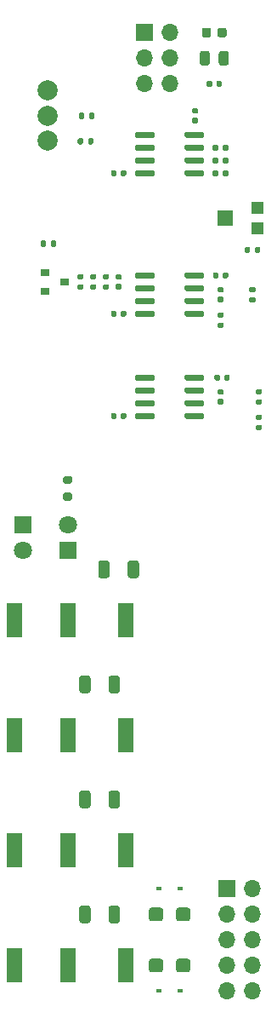
<source format=gbr>
G04 #@! TF.GenerationSoftware,KiCad,Pcbnew,(5.1.10)-1*
G04 #@! TF.CreationDate,2022-10-23T13:04:41+02:00*
G04 #@! TF.ProjectId,LFO Main,4c464f20-4d61-4696-9e2e-6b696361645f,rev?*
G04 #@! TF.SameCoordinates,Original*
G04 #@! TF.FileFunction,Soldermask,Top*
G04 #@! TF.FilePolarity,Negative*
%FSLAX46Y46*%
G04 Gerber Fmt 4.6, Leading zero omitted, Abs format (unit mm)*
G04 Created by KiCad (PCBNEW (5.1.10)-1) date 2022-10-23 13:04:41*
%MOMM*%
%LPD*%
G01*
G04 APERTURE LIST*
%ADD10O,1.700000X1.700000*%
%ADD11R,1.700000X1.700000*%
%ADD12R,1.500000X1.600000*%
%ADD13R,1.200000X1.200000*%
%ADD14R,0.900000X0.800000*%
%ADD15R,0.600000X0.450000*%
%ADD16R,1.600000X3.500000*%
%ADD17C,2.000000*%
%ADD18C,1.800000*%
%ADD19R,1.800000X1.800000*%
G04 APERTURE END LIST*
D10*
G04 #@! TO.C,J6*
X17145000Y-8890000D03*
X14605000Y-8890000D03*
X17145000Y-6350000D03*
X14605000Y-6350000D03*
X17145000Y-3810000D03*
D11*
X14605000Y-3810000D03*
G04 #@! TD*
G04 #@! TO.C,R20*
G36*
G01*
X26220000Y-39765000D02*
X25850000Y-39765000D01*
G75*
G02*
X25715000Y-39630000I0J135000D01*
G01*
X25715000Y-39360000D01*
G75*
G02*
X25850000Y-39225000I135000J0D01*
G01*
X26220000Y-39225000D01*
G75*
G02*
X26355000Y-39360000I0J-135000D01*
G01*
X26355000Y-39630000D01*
G75*
G02*
X26220000Y-39765000I-135000J0D01*
G01*
G37*
G36*
G01*
X26220000Y-40785000D02*
X25850000Y-40785000D01*
G75*
G02*
X25715000Y-40650000I0J135000D01*
G01*
X25715000Y-40380000D01*
G75*
G02*
X25850000Y-40245000I135000J0D01*
G01*
X26220000Y-40245000D01*
G75*
G02*
X26355000Y-40380000I0J-135000D01*
G01*
X26355000Y-40650000D01*
G75*
G02*
X26220000Y-40785000I-135000J0D01*
G01*
G37*
G04 #@! TD*
G04 #@! TO.C,R19*
G36*
G01*
X26220000Y-42305000D02*
X25850000Y-42305000D01*
G75*
G02*
X25715000Y-42170000I0J135000D01*
G01*
X25715000Y-41900000D01*
G75*
G02*
X25850000Y-41765000I135000J0D01*
G01*
X26220000Y-41765000D01*
G75*
G02*
X26355000Y-41900000I0J-135000D01*
G01*
X26355000Y-42170000D01*
G75*
G02*
X26220000Y-42305000I-135000J0D01*
G01*
G37*
G36*
G01*
X26220000Y-43325000D02*
X25850000Y-43325000D01*
G75*
G02*
X25715000Y-43190000I0J135000D01*
G01*
X25715000Y-42920000D01*
G75*
G02*
X25850000Y-42785000I135000J0D01*
G01*
X26220000Y-42785000D01*
G75*
G02*
X26355000Y-42920000I0J-135000D01*
G01*
X26355000Y-43190000D01*
G75*
G02*
X26220000Y-43325000I-135000J0D01*
G01*
G37*
G04 #@! TD*
G04 #@! TO.C,R14*
G36*
G01*
X25585000Y-29605000D02*
X25215000Y-29605000D01*
G75*
G02*
X25080000Y-29470000I0J135000D01*
G01*
X25080000Y-29200000D01*
G75*
G02*
X25215000Y-29065000I135000J0D01*
G01*
X25585000Y-29065000D01*
G75*
G02*
X25720000Y-29200000I0J-135000D01*
G01*
X25720000Y-29470000D01*
G75*
G02*
X25585000Y-29605000I-135000J0D01*
G01*
G37*
G36*
G01*
X25585000Y-30625000D02*
X25215000Y-30625000D01*
G75*
G02*
X25080000Y-30490000I0J135000D01*
G01*
X25080000Y-30220000D01*
G75*
G02*
X25215000Y-30085000I135000J0D01*
G01*
X25585000Y-30085000D01*
G75*
G02*
X25720000Y-30220000I0J-135000D01*
G01*
X25720000Y-30490000D01*
G75*
G02*
X25585000Y-30625000I-135000J0D01*
G01*
G37*
G04 #@! TD*
G04 #@! TO.C,R13*
G36*
G01*
X22410000Y-32145000D02*
X22040000Y-32145000D01*
G75*
G02*
X21905000Y-32010000I0J135000D01*
G01*
X21905000Y-31740000D01*
G75*
G02*
X22040000Y-31605000I135000J0D01*
G01*
X22410000Y-31605000D01*
G75*
G02*
X22545000Y-31740000I0J-135000D01*
G01*
X22545000Y-32010000D01*
G75*
G02*
X22410000Y-32145000I-135000J0D01*
G01*
G37*
G36*
G01*
X22410000Y-33165000D02*
X22040000Y-33165000D01*
G75*
G02*
X21905000Y-33030000I0J135000D01*
G01*
X21905000Y-32760000D01*
G75*
G02*
X22040000Y-32625000I135000J0D01*
G01*
X22410000Y-32625000D01*
G75*
G02*
X22545000Y-32760000I0J-135000D01*
G01*
X22545000Y-33030000D01*
G75*
G02*
X22410000Y-33165000I-135000J0D01*
G01*
G37*
G04 #@! TD*
G04 #@! TO.C,C14*
G36*
G01*
X22055000Y-40205000D02*
X22395000Y-40205000D01*
G75*
G02*
X22535000Y-40345000I0J-140000D01*
G01*
X22535000Y-40625000D01*
G75*
G02*
X22395000Y-40765000I-140000J0D01*
G01*
X22055000Y-40765000D01*
G75*
G02*
X21915000Y-40625000I0J140000D01*
G01*
X21915000Y-40345000D01*
G75*
G02*
X22055000Y-40205000I140000J0D01*
G01*
G37*
G36*
G01*
X22055000Y-39245000D02*
X22395000Y-39245000D01*
G75*
G02*
X22535000Y-39385000I0J-140000D01*
G01*
X22535000Y-39665000D01*
G75*
G02*
X22395000Y-39805000I-140000J0D01*
G01*
X22055000Y-39805000D01*
G75*
G02*
X21915000Y-39665000I0J140000D01*
G01*
X21915000Y-39385000D01*
G75*
G02*
X22055000Y-39245000I140000J0D01*
G01*
G37*
G04 #@! TD*
G04 #@! TO.C,C13*
G36*
G01*
X22055000Y-30045000D02*
X22395000Y-30045000D01*
G75*
G02*
X22535000Y-30185000I0J-140000D01*
G01*
X22535000Y-30465000D01*
G75*
G02*
X22395000Y-30605000I-140000J0D01*
G01*
X22055000Y-30605000D01*
G75*
G02*
X21915000Y-30465000I0J140000D01*
G01*
X21915000Y-30185000D01*
G75*
G02*
X22055000Y-30045000I140000J0D01*
G01*
G37*
G36*
G01*
X22055000Y-29085000D02*
X22395000Y-29085000D01*
G75*
G02*
X22535000Y-29225000I0J-140000D01*
G01*
X22535000Y-29505000D01*
G75*
G02*
X22395000Y-29645000I-140000J0D01*
G01*
X22055000Y-29645000D01*
G75*
G02*
X21915000Y-29505000I0J140000D01*
G01*
X21915000Y-29225000D01*
G75*
G02*
X22055000Y-29085000I140000J0D01*
G01*
G37*
G04 #@! TD*
G04 #@! TO.C,C12*
G36*
G01*
X11895000Y-28775000D02*
X12235000Y-28775000D01*
G75*
G02*
X12375000Y-28915000I0J-140000D01*
G01*
X12375000Y-29195000D01*
G75*
G02*
X12235000Y-29335000I-140000J0D01*
G01*
X11895000Y-29335000D01*
G75*
G02*
X11755000Y-29195000I0J140000D01*
G01*
X11755000Y-28915000D01*
G75*
G02*
X11895000Y-28775000I140000J0D01*
G01*
G37*
G36*
G01*
X11895000Y-27815000D02*
X12235000Y-27815000D01*
G75*
G02*
X12375000Y-27955000I0J-140000D01*
G01*
X12375000Y-28235000D01*
G75*
G02*
X12235000Y-28375000I-140000J0D01*
G01*
X11895000Y-28375000D01*
G75*
G02*
X11755000Y-28235000I0J140000D01*
G01*
X11755000Y-27955000D01*
G75*
G02*
X11895000Y-27815000I140000J0D01*
G01*
G37*
G04 #@! TD*
G04 #@! TO.C,C6*
G36*
G01*
X22425000Y-28110000D02*
X22425000Y-27770000D01*
G75*
G02*
X22565000Y-27630000I140000J0D01*
G01*
X22845000Y-27630000D01*
G75*
G02*
X22985000Y-27770000I0J-140000D01*
G01*
X22985000Y-28110000D01*
G75*
G02*
X22845000Y-28250000I-140000J0D01*
G01*
X22565000Y-28250000D01*
G75*
G02*
X22425000Y-28110000I0J140000D01*
G01*
G37*
G36*
G01*
X21465000Y-28110000D02*
X21465000Y-27770000D01*
G75*
G02*
X21605000Y-27630000I140000J0D01*
G01*
X21885000Y-27630000D01*
G75*
G02*
X22025000Y-27770000I0J-140000D01*
G01*
X22025000Y-28110000D01*
G75*
G02*
X21885000Y-28250000I-140000J0D01*
G01*
X21605000Y-28250000D01*
G75*
G02*
X21465000Y-28110000I0J140000D01*
G01*
G37*
G04 #@! TD*
G04 #@! TO.C,C3*
G36*
G01*
X16495000Y-96094999D02*
X16495000Y-96945001D01*
G75*
G02*
X16245001Y-97195000I-249999J0D01*
G01*
X15344999Y-97195000D01*
G75*
G02*
X15095000Y-96945001I0J249999D01*
G01*
X15095000Y-96094999D01*
G75*
G02*
X15344999Y-95845000I249999J0D01*
G01*
X16245001Y-95845000D01*
G75*
G02*
X16495000Y-96094999I0J-249999D01*
G01*
G37*
G36*
G01*
X19195000Y-96094999D02*
X19195000Y-96945001D01*
G75*
G02*
X18945001Y-97195000I-249999J0D01*
G01*
X18044999Y-97195000D01*
G75*
G02*
X17795000Y-96945001I0J249999D01*
G01*
X17795000Y-96094999D01*
G75*
G02*
X18044999Y-95845000I249999J0D01*
G01*
X18945001Y-95845000D01*
G75*
G02*
X19195000Y-96094999I0J-249999D01*
G01*
G37*
G04 #@! TD*
G04 #@! TO.C,C2*
G36*
G01*
X17795000Y-91865001D02*
X17795000Y-91014999D01*
G75*
G02*
X18044999Y-90765000I249999J0D01*
G01*
X18945001Y-90765000D01*
G75*
G02*
X19195000Y-91014999I0J-249999D01*
G01*
X19195000Y-91865001D01*
G75*
G02*
X18945001Y-92115000I-249999J0D01*
G01*
X18044999Y-92115000D01*
G75*
G02*
X17795000Y-91865001I0J249999D01*
G01*
G37*
G36*
G01*
X15095000Y-91865001D02*
X15095000Y-91014999D01*
G75*
G02*
X15344999Y-90765000I249999J0D01*
G01*
X16245001Y-90765000D01*
G75*
G02*
X16495000Y-91014999I0J-249999D01*
G01*
X16495000Y-91865001D01*
G75*
G02*
X16245001Y-92115000I-249999J0D01*
G01*
X15344999Y-92115000D01*
G75*
G02*
X15095000Y-91865001I0J249999D01*
G01*
G37*
G04 #@! TD*
G04 #@! TO.C,U3*
G36*
G01*
X18645000Y-38250000D02*
X18645000Y-37950000D01*
G75*
G02*
X18795000Y-37800000I150000J0D01*
G01*
X20445000Y-37800000D01*
G75*
G02*
X20595000Y-37950000I0J-150000D01*
G01*
X20595000Y-38250000D01*
G75*
G02*
X20445000Y-38400000I-150000J0D01*
G01*
X18795000Y-38400000D01*
G75*
G02*
X18645000Y-38250000I0J150000D01*
G01*
G37*
G36*
G01*
X18645000Y-39520000D02*
X18645000Y-39220000D01*
G75*
G02*
X18795000Y-39070000I150000J0D01*
G01*
X20445000Y-39070000D01*
G75*
G02*
X20595000Y-39220000I0J-150000D01*
G01*
X20595000Y-39520000D01*
G75*
G02*
X20445000Y-39670000I-150000J0D01*
G01*
X18795000Y-39670000D01*
G75*
G02*
X18645000Y-39520000I0J150000D01*
G01*
G37*
G36*
G01*
X18645000Y-40790000D02*
X18645000Y-40490000D01*
G75*
G02*
X18795000Y-40340000I150000J0D01*
G01*
X20445000Y-40340000D01*
G75*
G02*
X20595000Y-40490000I0J-150000D01*
G01*
X20595000Y-40790000D01*
G75*
G02*
X20445000Y-40940000I-150000J0D01*
G01*
X18795000Y-40940000D01*
G75*
G02*
X18645000Y-40790000I0J150000D01*
G01*
G37*
G36*
G01*
X18645000Y-42060000D02*
X18645000Y-41760000D01*
G75*
G02*
X18795000Y-41610000I150000J0D01*
G01*
X20445000Y-41610000D01*
G75*
G02*
X20595000Y-41760000I0J-150000D01*
G01*
X20595000Y-42060000D01*
G75*
G02*
X20445000Y-42210000I-150000J0D01*
G01*
X18795000Y-42210000D01*
G75*
G02*
X18645000Y-42060000I0J150000D01*
G01*
G37*
G36*
G01*
X13695000Y-42060000D02*
X13695000Y-41760000D01*
G75*
G02*
X13845000Y-41610000I150000J0D01*
G01*
X15495000Y-41610000D01*
G75*
G02*
X15645000Y-41760000I0J-150000D01*
G01*
X15645000Y-42060000D01*
G75*
G02*
X15495000Y-42210000I-150000J0D01*
G01*
X13845000Y-42210000D01*
G75*
G02*
X13695000Y-42060000I0J150000D01*
G01*
G37*
G36*
G01*
X13695000Y-40790000D02*
X13695000Y-40490000D01*
G75*
G02*
X13845000Y-40340000I150000J0D01*
G01*
X15495000Y-40340000D01*
G75*
G02*
X15645000Y-40490000I0J-150000D01*
G01*
X15645000Y-40790000D01*
G75*
G02*
X15495000Y-40940000I-150000J0D01*
G01*
X13845000Y-40940000D01*
G75*
G02*
X13695000Y-40790000I0J150000D01*
G01*
G37*
G36*
G01*
X13695000Y-39520000D02*
X13695000Y-39220000D01*
G75*
G02*
X13845000Y-39070000I150000J0D01*
G01*
X15495000Y-39070000D01*
G75*
G02*
X15645000Y-39220000I0J-150000D01*
G01*
X15645000Y-39520000D01*
G75*
G02*
X15495000Y-39670000I-150000J0D01*
G01*
X13845000Y-39670000D01*
G75*
G02*
X13695000Y-39520000I0J150000D01*
G01*
G37*
G36*
G01*
X13695000Y-38250000D02*
X13695000Y-37950000D01*
G75*
G02*
X13845000Y-37800000I150000J0D01*
G01*
X15495000Y-37800000D01*
G75*
G02*
X15645000Y-37950000I0J-150000D01*
G01*
X15645000Y-38250000D01*
G75*
G02*
X15495000Y-38400000I-150000J0D01*
G01*
X13845000Y-38400000D01*
G75*
G02*
X13695000Y-38250000I0J150000D01*
G01*
G37*
G04 #@! TD*
G04 #@! TO.C,U2*
G36*
G01*
X18645000Y-28090000D02*
X18645000Y-27790000D01*
G75*
G02*
X18795000Y-27640000I150000J0D01*
G01*
X20445000Y-27640000D01*
G75*
G02*
X20595000Y-27790000I0J-150000D01*
G01*
X20595000Y-28090000D01*
G75*
G02*
X20445000Y-28240000I-150000J0D01*
G01*
X18795000Y-28240000D01*
G75*
G02*
X18645000Y-28090000I0J150000D01*
G01*
G37*
G36*
G01*
X18645000Y-29360000D02*
X18645000Y-29060000D01*
G75*
G02*
X18795000Y-28910000I150000J0D01*
G01*
X20445000Y-28910000D01*
G75*
G02*
X20595000Y-29060000I0J-150000D01*
G01*
X20595000Y-29360000D01*
G75*
G02*
X20445000Y-29510000I-150000J0D01*
G01*
X18795000Y-29510000D01*
G75*
G02*
X18645000Y-29360000I0J150000D01*
G01*
G37*
G36*
G01*
X18645000Y-30630000D02*
X18645000Y-30330000D01*
G75*
G02*
X18795000Y-30180000I150000J0D01*
G01*
X20445000Y-30180000D01*
G75*
G02*
X20595000Y-30330000I0J-150000D01*
G01*
X20595000Y-30630000D01*
G75*
G02*
X20445000Y-30780000I-150000J0D01*
G01*
X18795000Y-30780000D01*
G75*
G02*
X18645000Y-30630000I0J150000D01*
G01*
G37*
G36*
G01*
X18645000Y-31900000D02*
X18645000Y-31600000D01*
G75*
G02*
X18795000Y-31450000I150000J0D01*
G01*
X20445000Y-31450000D01*
G75*
G02*
X20595000Y-31600000I0J-150000D01*
G01*
X20595000Y-31900000D01*
G75*
G02*
X20445000Y-32050000I-150000J0D01*
G01*
X18795000Y-32050000D01*
G75*
G02*
X18645000Y-31900000I0J150000D01*
G01*
G37*
G36*
G01*
X13695000Y-31900000D02*
X13695000Y-31600000D01*
G75*
G02*
X13845000Y-31450000I150000J0D01*
G01*
X15495000Y-31450000D01*
G75*
G02*
X15645000Y-31600000I0J-150000D01*
G01*
X15645000Y-31900000D01*
G75*
G02*
X15495000Y-32050000I-150000J0D01*
G01*
X13845000Y-32050000D01*
G75*
G02*
X13695000Y-31900000I0J150000D01*
G01*
G37*
G36*
G01*
X13695000Y-30630000D02*
X13695000Y-30330000D01*
G75*
G02*
X13845000Y-30180000I150000J0D01*
G01*
X15495000Y-30180000D01*
G75*
G02*
X15645000Y-30330000I0J-150000D01*
G01*
X15645000Y-30630000D01*
G75*
G02*
X15495000Y-30780000I-150000J0D01*
G01*
X13845000Y-30780000D01*
G75*
G02*
X13695000Y-30630000I0J150000D01*
G01*
G37*
G36*
G01*
X13695000Y-29360000D02*
X13695000Y-29060000D01*
G75*
G02*
X13845000Y-28910000I150000J0D01*
G01*
X15495000Y-28910000D01*
G75*
G02*
X15645000Y-29060000I0J-150000D01*
G01*
X15645000Y-29360000D01*
G75*
G02*
X15495000Y-29510000I-150000J0D01*
G01*
X13845000Y-29510000D01*
G75*
G02*
X13695000Y-29360000I0J150000D01*
G01*
G37*
G36*
G01*
X13695000Y-28090000D02*
X13695000Y-27790000D01*
G75*
G02*
X13845000Y-27640000I150000J0D01*
G01*
X15495000Y-27640000D01*
G75*
G02*
X15645000Y-27790000I0J-150000D01*
G01*
X15645000Y-28090000D01*
G75*
G02*
X15495000Y-28240000I-150000J0D01*
G01*
X13845000Y-28240000D01*
G75*
G02*
X13695000Y-28090000I0J150000D01*
G01*
G37*
G04 #@! TD*
G04 #@! TO.C,U1*
G36*
G01*
X18645000Y-14120000D02*
X18645000Y-13820000D01*
G75*
G02*
X18795000Y-13670000I150000J0D01*
G01*
X20445000Y-13670000D01*
G75*
G02*
X20595000Y-13820000I0J-150000D01*
G01*
X20595000Y-14120000D01*
G75*
G02*
X20445000Y-14270000I-150000J0D01*
G01*
X18795000Y-14270000D01*
G75*
G02*
X18645000Y-14120000I0J150000D01*
G01*
G37*
G36*
G01*
X18645000Y-15390000D02*
X18645000Y-15090000D01*
G75*
G02*
X18795000Y-14940000I150000J0D01*
G01*
X20445000Y-14940000D01*
G75*
G02*
X20595000Y-15090000I0J-150000D01*
G01*
X20595000Y-15390000D01*
G75*
G02*
X20445000Y-15540000I-150000J0D01*
G01*
X18795000Y-15540000D01*
G75*
G02*
X18645000Y-15390000I0J150000D01*
G01*
G37*
G36*
G01*
X18645000Y-16660000D02*
X18645000Y-16360000D01*
G75*
G02*
X18795000Y-16210000I150000J0D01*
G01*
X20445000Y-16210000D01*
G75*
G02*
X20595000Y-16360000I0J-150000D01*
G01*
X20595000Y-16660000D01*
G75*
G02*
X20445000Y-16810000I-150000J0D01*
G01*
X18795000Y-16810000D01*
G75*
G02*
X18645000Y-16660000I0J150000D01*
G01*
G37*
G36*
G01*
X18645000Y-17930000D02*
X18645000Y-17630000D01*
G75*
G02*
X18795000Y-17480000I150000J0D01*
G01*
X20445000Y-17480000D01*
G75*
G02*
X20595000Y-17630000I0J-150000D01*
G01*
X20595000Y-17930000D01*
G75*
G02*
X20445000Y-18080000I-150000J0D01*
G01*
X18795000Y-18080000D01*
G75*
G02*
X18645000Y-17930000I0J150000D01*
G01*
G37*
G36*
G01*
X13695000Y-17930000D02*
X13695000Y-17630000D01*
G75*
G02*
X13845000Y-17480000I150000J0D01*
G01*
X15495000Y-17480000D01*
G75*
G02*
X15645000Y-17630000I0J-150000D01*
G01*
X15645000Y-17930000D01*
G75*
G02*
X15495000Y-18080000I-150000J0D01*
G01*
X13845000Y-18080000D01*
G75*
G02*
X13695000Y-17930000I0J150000D01*
G01*
G37*
G36*
G01*
X13695000Y-16660000D02*
X13695000Y-16360000D01*
G75*
G02*
X13845000Y-16210000I150000J0D01*
G01*
X15495000Y-16210000D01*
G75*
G02*
X15645000Y-16360000I0J-150000D01*
G01*
X15645000Y-16660000D01*
G75*
G02*
X15495000Y-16810000I-150000J0D01*
G01*
X13845000Y-16810000D01*
G75*
G02*
X13695000Y-16660000I0J150000D01*
G01*
G37*
G36*
G01*
X13695000Y-15390000D02*
X13695000Y-15090000D01*
G75*
G02*
X13845000Y-14940000I150000J0D01*
G01*
X15495000Y-14940000D01*
G75*
G02*
X15645000Y-15090000I0J-150000D01*
G01*
X15645000Y-15390000D01*
G75*
G02*
X15495000Y-15540000I-150000J0D01*
G01*
X13845000Y-15540000D01*
G75*
G02*
X13695000Y-15390000I0J150000D01*
G01*
G37*
G36*
G01*
X13695000Y-14120000D02*
X13695000Y-13820000D01*
G75*
G02*
X13845000Y-13670000I150000J0D01*
G01*
X15495000Y-13670000D01*
G75*
G02*
X15645000Y-13820000I0J-150000D01*
G01*
X15645000Y-14120000D01*
G75*
G02*
X15495000Y-14270000I-150000J0D01*
G01*
X13845000Y-14270000D01*
G75*
G02*
X13695000Y-14120000I0J150000D01*
G01*
G37*
G04 #@! TD*
D12*
G04 #@! TO.C,T1*
X22680000Y-22225000D03*
D13*
X25930000Y-21225000D03*
X25930000Y-23225000D03*
G04 #@! TD*
G04 #@! TO.C,R18*
G36*
G01*
X6710000Y-49510000D02*
X7260000Y-49510000D01*
G75*
G02*
X7460000Y-49710000I0J-200000D01*
G01*
X7460000Y-50110000D01*
G75*
G02*
X7260000Y-50310000I-200000J0D01*
G01*
X6710000Y-50310000D01*
G75*
G02*
X6510000Y-50110000I0J200000D01*
G01*
X6510000Y-49710000D01*
G75*
G02*
X6710000Y-49510000I200000J0D01*
G01*
G37*
G36*
G01*
X6710000Y-47860000D02*
X7260000Y-47860000D01*
G75*
G02*
X7460000Y-48060000I0J-200000D01*
G01*
X7460000Y-48460000D01*
G75*
G02*
X7260000Y-48660000I-200000J0D01*
G01*
X6710000Y-48660000D01*
G75*
G02*
X6510000Y-48460000I0J200000D01*
G01*
X6510000Y-48060000D01*
G75*
G02*
X6710000Y-47860000I200000J0D01*
G01*
G37*
G04 #@! TD*
G04 #@! TO.C,R17*
G36*
G01*
X12965000Y-57775001D02*
X12965000Y-56524999D01*
G75*
G02*
X13214999Y-56275000I249999J0D01*
G01*
X13840001Y-56275000D01*
G75*
G02*
X14090000Y-56524999I0J-249999D01*
G01*
X14090000Y-57775001D01*
G75*
G02*
X13840001Y-58025000I-249999J0D01*
G01*
X13214999Y-58025000D01*
G75*
G02*
X12965000Y-57775001I0J249999D01*
G01*
G37*
G36*
G01*
X10040000Y-57775001D02*
X10040000Y-56524999D01*
G75*
G02*
X10289999Y-56275000I249999J0D01*
G01*
X10915001Y-56275000D01*
G75*
G02*
X11165000Y-56524999I0J-249999D01*
G01*
X11165000Y-57775001D01*
G75*
G02*
X10915001Y-58025000I-249999J0D01*
G01*
X10289999Y-58025000D01*
G75*
G02*
X10040000Y-57775001I0J249999D01*
G01*
G37*
G04 #@! TD*
G04 #@! TO.C,R16*
G36*
G01*
X11060000Y-69205001D02*
X11060000Y-67954999D01*
G75*
G02*
X11309999Y-67705000I249999J0D01*
G01*
X11935001Y-67705000D01*
G75*
G02*
X12185000Y-67954999I0J-249999D01*
G01*
X12185000Y-69205001D01*
G75*
G02*
X11935001Y-69455000I-249999J0D01*
G01*
X11309999Y-69455000D01*
G75*
G02*
X11060000Y-69205001I0J249999D01*
G01*
G37*
G36*
G01*
X8135000Y-69205001D02*
X8135000Y-67954999D01*
G75*
G02*
X8384999Y-67705000I249999J0D01*
G01*
X9010001Y-67705000D01*
G75*
G02*
X9260000Y-67954999I0J-249999D01*
G01*
X9260000Y-69205001D01*
G75*
G02*
X9010001Y-69455000I-249999J0D01*
G01*
X8384999Y-69455000D01*
G75*
G02*
X8135000Y-69205001I0J249999D01*
G01*
G37*
G04 #@! TD*
G04 #@! TO.C,R15*
G36*
G01*
X11060000Y-80635001D02*
X11060000Y-79384999D01*
G75*
G02*
X11309999Y-79135000I249999J0D01*
G01*
X11935001Y-79135000D01*
G75*
G02*
X12185000Y-79384999I0J-249999D01*
G01*
X12185000Y-80635001D01*
G75*
G02*
X11935001Y-80885000I-249999J0D01*
G01*
X11309999Y-80885000D01*
G75*
G02*
X11060000Y-80635001I0J249999D01*
G01*
G37*
G36*
G01*
X8135000Y-80635001D02*
X8135000Y-79384999D01*
G75*
G02*
X8384999Y-79135000I249999J0D01*
G01*
X9010001Y-79135000D01*
G75*
G02*
X9260000Y-79384999I0J-249999D01*
G01*
X9260000Y-80635001D01*
G75*
G02*
X9010001Y-80885000I-249999J0D01*
G01*
X8384999Y-80885000D01*
G75*
G02*
X8135000Y-80635001I0J249999D01*
G01*
G37*
G04 #@! TD*
G04 #@! TO.C,R12*
G36*
G01*
X11060000Y-92065001D02*
X11060000Y-90814999D01*
G75*
G02*
X11309999Y-90565000I249999J0D01*
G01*
X11935001Y-90565000D01*
G75*
G02*
X12185000Y-90814999I0J-249999D01*
G01*
X12185000Y-92065001D01*
G75*
G02*
X11935001Y-92315000I-249999J0D01*
G01*
X11309999Y-92315000D01*
G75*
G02*
X11060000Y-92065001I0J249999D01*
G01*
G37*
G36*
G01*
X8135000Y-92065001D02*
X8135000Y-90814999D01*
G75*
G02*
X8384999Y-90565000I249999J0D01*
G01*
X9010001Y-90565000D01*
G75*
G02*
X9260000Y-90814999I0J-249999D01*
G01*
X9260000Y-92065001D01*
G75*
G02*
X9010001Y-92315000I-249999J0D01*
G01*
X8384999Y-92315000D01*
G75*
G02*
X8135000Y-92065001I0J249999D01*
G01*
G37*
G04 #@! TD*
G04 #@! TO.C,R11*
G36*
G01*
X10610000Y-28815000D02*
X10980000Y-28815000D01*
G75*
G02*
X11115000Y-28950000I0J-135000D01*
G01*
X11115000Y-29220000D01*
G75*
G02*
X10980000Y-29355000I-135000J0D01*
G01*
X10610000Y-29355000D01*
G75*
G02*
X10475000Y-29220000I0J135000D01*
G01*
X10475000Y-28950000D01*
G75*
G02*
X10610000Y-28815000I135000J0D01*
G01*
G37*
G36*
G01*
X10610000Y-27795000D02*
X10980000Y-27795000D01*
G75*
G02*
X11115000Y-27930000I0J-135000D01*
G01*
X11115000Y-28200000D01*
G75*
G02*
X10980000Y-28335000I-135000J0D01*
G01*
X10610000Y-28335000D01*
G75*
G02*
X10475000Y-28200000I0J135000D01*
G01*
X10475000Y-27930000D01*
G75*
G02*
X10610000Y-27795000I135000J0D01*
G01*
G37*
G04 #@! TD*
G04 #@! TO.C,R10*
G36*
G01*
X8440000Y-28335000D02*
X8070000Y-28335000D01*
G75*
G02*
X7935000Y-28200000I0J135000D01*
G01*
X7935000Y-27930000D01*
G75*
G02*
X8070000Y-27795000I135000J0D01*
G01*
X8440000Y-27795000D01*
G75*
G02*
X8575000Y-27930000I0J-135000D01*
G01*
X8575000Y-28200000D01*
G75*
G02*
X8440000Y-28335000I-135000J0D01*
G01*
G37*
G36*
G01*
X8440000Y-29355000D02*
X8070000Y-29355000D01*
G75*
G02*
X7935000Y-29220000I0J135000D01*
G01*
X7935000Y-28950000D01*
G75*
G02*
X8070000Y-28815000I135000J0D01*
G01*
X8440000Y-28815000D01*
G75*
G02*
X8575000Y-28950000I0J-135000D01*
G01*
X8575000Y-29220000D01*
G75*
G02*
X8440000Y-29355000I-135000J0D01*
G01*
G37*
G04 #@! TD*
G04 #@! TO.C,R9*
G36*
G01*
X9710000Y-28335000D02*
X9340000Y-28335000D01*
G75*
G02*
X9205000Y-28200000I0J135000D01*
G01*
X9205000Y-27930000D01*
G75*
G02*
X9340000Y-27795000I135000J0D01*
G01*
X9710000Y-27795000D01*
G75*
G02*
X9845000Y-27930000I0J-135000D01*
G01*
X9845000Y-28200000D01*
G75*
G02*
X9710000Y-28335000I-135000J0D01*
G01*
G37*
G36*
G01*
X9710000Y-29355000D02*
X9340000Y-29355000D01*
G75*
G02*
X9205000Y-29220000I0J135000D01*
G01*
X9205000Y-28950000D01*
G75*
G02*
X9340000Y-28815000I135000J0D01*
G01*
X9710000Y-28815000D01*
G75*
G02*
X9845000Y-28950000I0J-135000D01*
G01*
X9845000Y-29220000D01*
G75*
G02*
X9710000Y-29355000I-135000J0D01*
G01*
G37*
G04 #@! TD*
G04 #@! TO.C,R8*
G36*
G01*
X5320000Y-24950000D02*
X5320000Y-24580000D01*
G75*
G02*
X5455000Y-24445000I135000J0D01*
G01*
X5725000Y-24445000D01*
G75*
G02*
X5860000Y-24580000I0J-135000D01*
G01*
X5860000Y-24950000D01*
G75*
G02*
X5725000Y-25085000I-135000J0D01*
G01*
X5455000Y-25085000D01*
G75*
G02*
X5320000Y-24950000I0J135000D01*
G01*
G37*
G36*
G01*
X4300000Y-24950000D02*
X4300000Y-24580000D01*
G75*
G02*
X4435000Y-24445000I135000J0D01*
G01*
X4705000Y-24445000D01*
G75*
G02*
X4840000Y-24580000I0J-135000D01*
G01*
X4840000Y-24950000D01*
G75*
G02*
X4705000Y-25085000I-135000J0D01*
G01*
X4435000Y-25085000D01*
G75*
G02*
X4300000Y-24950000I0J135000D01*
G01*
G37*
G04 #@! TD*
G04 #@! TO.C,R7*
G36*
G01*
X25640000Y-25585000D02*
X25640000Y-25215000D01*
G75*
G02*
X25775000Y-25080000I135000J0D01*
G01*
X26045000Y-25080000D01*
G75*
G02*
X26180000Y-25215000I0J-135000D01*
G01*
X26180000Y-25585000D01*
G75*
G02*
X26045000Y-25720000I-135000J0D01*
G01*
X25775000Y-25720000D01*
G75*
G02*
X25640000Y-25585000I0J135000D01*
G01*
G37*
G36*
G01*
X24620000Y-25585000D02*
X24620000Y-25215000D01*
G75*
G02*
X24755000Y-25080000I135000J0D01*
G01*
X25025000Y-25080000D01*
G75*
G02*
X25160000Y-25215000I0J-135000D01*
G01*
X25160000Y-25585000D01*
G75*
G02*
X25025000Y-25720000I-135000J0D01*
G01*
X24755000Y-25720000D01*
G75*
G02*
X24620000Y-25585000I0J135000D01*
G01*
G37*
G04 #@! TD*
G04 #@! TO.C,R6*
G36*
G01*
X21985000Y-15055000D02*
X21985000Y-15425000D01*
G75*
G02*
X21850000Y-15560000I-135000J0D01*
G01*
X21580000Y-15560000D01*
G75*
G02*
X21445000Y-15425000I0J135000D01*
G01*
X21445000Y-15055000D01*
G75*
G02*
X21580000Y-14920000I135000J0D01*
G01*
X21850000Y-14920000D01*
G75*
G02*
X21985000Y-15055000I0J-135000D01*
G01*
G37*
G36*
G01*
X23005000Y-15055000D02*
X23005000Y-15425000D01*
G75*
G02*
X22870000Y-15560000I-135000J0D01*
G01*
X22600000Y-15560000D01*
G75*
G02*
X22465000Y-15425000I0J135000D01*
G01*
X22465000Y-15055000D01*
G75*
G02*
X22600000Y-14920000I135000J0D01*
G01*
X22870000Y-14920000D01*
G75*
G02*
X23005000Y-15055000I0J-135000D01*
G01*
G37*
G04 #@! TD*
G04 #@! TO.C,R5*
G36*
G01*
X21985000Y-17595000D02*
X21985000Y-17965000D01*
G75*
G02*
X21850000Y-18100000I-135000J0D01*
G01*
X21580000Y-18100000D01*
G75*
G02*
X21445000Y-17965000I0J135000D01*
G01*
X21445000Y-17595000D01*
G75*
G02*
X21580000Y-17460000I135000J0D01*
G01*
X21850000Y-17460000D01*
G75*
G02*
X21985000Y-17595000I0J-135000D01*
G01*
G37*
G36*
G01*
X23005000Y-17595000D02*
X23005000Y-17965000D01*
G75*
G02*
X22870000Y-18100000I-135000J0D01*
G01*
X22600000Y-18100000D01*
G75*
G02*
X22465000Y-17965000I0J135000D01*
G01*
X22465000Y-17595000D01*
G75*
G02*
X22600000Y-17460000I135000J0D01*
G01*
X22870000Y-17460000D01*
G75*
G02*
X23005000Y-17595000I0J-135000D01*
G01*
G37*
G04 #@! TD*
G04 #@! TO.C,R4*
G36*
G01*
X22465000Y-16695000D02*
X22465000Y-16325000D01*
G75*
G02*
X22600000Y-16190000I135000J0D01*
G01*
X22870000Y-16190000D01*
G75*
G02*
X23005000Y-16325000I0J-135000D01*
G01*
X23005000Y-16695000D01*
G75*
G02*
X22870000Y-16830000I-135000J0D01*
G01*
X22600000Y-16830000D01*
G75*
G02*
X22465000Y-16695000I0J135000D01*
G01*
G37*
G36*
G01*
X21445000Y-16695000D02*
X21445000Y-16325000D01*
G75*
G02*
X21580000Y-16190000I135000J0D01*
G01*
X21850000Y-16190000D01*
G75*
G02*
X21985000Y-16325000I0J-135000D01*
G01*
X21985000Y-16695000D01*
G75*
G02*
X21850000Y-16830000I-135000J0D01*
G01*
X21580000Y-16830000D01*
G75*
G02*
X21445000Y-16695000I0J135000D01*
G01*
G37*
G04 #@! TD*
G04 #@! TO.C,R2*
G36*
G01*
X8650000Y-11880000D02*
X8650000Y-12250000D01*
G75*
G02*
X8515000Y-12385000I-135000J0D01*
G01*
X8245000Y-12385000D01*
G75*
G02*
X8110000Y-12250000I0J135000D01*
G01*
X8110000Y-11880000D01*
G75*
G02*
X8245000Y-11745000I135000J0D01*
G01*
X8515000Y-11745000D01*
G75*
G02*
X8650000Y-11880000I0J-135000D01*
G01*
G37*
G36*
G01*
X9670000Y-11880000D02*
X9670000Y-12250000D01*
G75*
G02*
X9535000Y-12385000I-135000J0D01*
G01*
X9265000Y-12385000D01*
G75*
G02*
X9130000Y-12250000I0J135000D01*
G01*
X9130000Y-11880000D01*
G75*
G02*
X9265000Y-11745000I135000J0D01*
G01*
X9535000Y-11745000D01*
G75*
G02*
X9670000Y-11880000I0J-135000D01*
G01*
G37*
G04 #@! TD*
G04 #@! TO.C,R1*
G36*
G01*
X8525000Y-14420000D02*
X8525000Y-14790000D01*
G75*
G02*
X8390000Y-14925000I-135000J0D01*
G01*
X8120000Y-14925000D01*
G75*
G02*
X7985000Y-14790000I0J135000D01*
G01*
X7985000Y-14420000D01*
G75*
G02*
X8120000Y-14285000I135000J0D01*
G01*
X8390000Y-14285000D01*
G75*
G02*
X8525000Y-14420000I0J-135000D01*
G01*
G37*
G36*
G01*
X9545000Y-14420000D02*
X9545000Y-14790000D01*
G75*
G02*
X9410000Y-14925000I-135000J0D01*
G01*
X9140000Y-14925000D01*
G75*
G02*
X9005000Y-14790000I0J135000D01*
G01*
X9005000Y-14420000D01*
G75*
G02*
X9140000Y-14285000I135000J0D01*
G01*
X9410000Y-14285000D01*
G75*
G02*
X9545000Y-14420000I0J-135000D01*
G01*
G37*
G04 #@! TD*
D14*
G04 #@! TO.C,Q1*
X6715000Y-28575000D03*
X4715000Y-29525000D03*
X4715000Y-27625000D03*
G04 #@! TD*
D15*
G04 #@! TO.C,D4*
X16095000Y-99060000D03*
X18195000Y-99060000D03*
G04 #@! TD*
G04 #@! TO.C,D3*
X18195000Y-88900000D03*
X16095000Y-88900000D03*
G04 #@! TD*
G04 #@! TO.C,C11*
G36*
G01*
X21140000Y-5875000D02*
X21140000Y-6825000D01*
G75*
G02*
X20890000Y-7075000I-250000J0D01*
G01*
X20390000Y-7075000D01*
G75*
G02*
X20140000Y-6825000I0J250000D01*
G01*
X20140000Y-5875000D01*
G75*
G02*
X20390000Y-5625000I250000J0D01*
G01*
X20890000Y-5625000D01*
G75*
G02*
X21140000Y-5875000I0J-250000D01*
G01*
G37*
G36*
G01*
X23040000Y-5875000D02*
X23040000Y-6825000D01*
G75*
G02*
X22790000Y-7075000I-250000J0D01*
G01*
X22290000Y-7075000D01*
G75*
G02*
X22040000Y-6825000I0J250000D01*
G01*
X22040000Y-5875000D01*
G75*
G02*
X22290000Y-5625000I250000J0D01*
G01*
X22790000Y-5625000D01*
G75*
G02*
X23040000Y-5875000I0J-250000D01*
G01*
G37*
G04 #@! TD*
G04 #@! TO.C,C10*
G36*
G01*
X21265000Y-3560000D02*
X21265000Y-4060000D01*
G75*
G02*
X21040000Y-4285000I-225000J0D01*
G01*
X20590000Y-4285000D01*
G75*
G02*
X20365000Y-4060000I0J225000D01*
G01*
X20365000Y-3560000D01*
G75*
G02*
X20590000Y-3335000I225000J0D01*
G01*
X21040000Y-3335000D01*
G75*
G02*
X21265000Y-3560000I0J-225000D01*
G01*
G37*
G36*
G01*
X22815000Y-3560000D02*
X22815000Y-4060000D01*
G75*
G02*
X22590000Y-4285000I-225000J0D01*
G01*
X22140000Y-4285000D01*
G75*
G02*
X21915000Y-4060000I0J225000D01*
G01*
X21915000Y-3560000D01*
G75*
G02*
X22140000Y-3335000I225000J0D01*
G01*
X22590000Y-3335000D01*
G75*
G02*
X22815000Y-3560000I0J-225000D01*
G01*
G37*
G04 #@! TD*
G04 #@! TO.C,C9*
G36*
G01*
X12265000Y-42080000D02*
X12265000Y-41740000D01*
G75*
G02*
X12405000Y-41600000I140000J0D01*
G01*
X12685000Y-41600000D01*
G75*
G02*
X12825000Y-41740000I0J-140000D01*
G01*
X12825000Y-42080000D01*
G75*
G02*
X12685000Y-42220000I-140000J0D01*
G01*
X12405000Y-42220000D01*
G75*
G02*
X12265000Y-42080000I0J140000D01*
G01*
G37*
G36*
G01*
X11305000Y-42080000D02*
X11305000Y-41740000D01*
G75*
G02*
X11445000Y-41600000I140000J0D01*
G01*
X11725000Y-41600000D01*
G75*
G02*
X11865000Y-41740000I0J-140000D01*
G01*
X11865000Y-42080000D01*
G75*
G02*
X11725000Y-42220000I-140000J0D01*
G01*
X11445000Y-42220000D01*
G75*
G02*
X11305000Y-42080000I0J140000D01*
G01*
G37*
G04 #@! TD*
G04 #@! TO.C,C8*
G36*
G01*
X22580000Y-38270000D02*
X22580000Y-37930000D01*
G75*
G02*
X22720000Y-37790000I140000J0D01*
G01*
X23000000Y-37790000D01*
G75*
G02*
X23140000Y-37930000I0J-140000D01*
G01*
X23140000Y-38270000D01*
G75*
G02*
X23000000Y-38410000I-140000J0D01*
G01*
X22720000Y-38410000D01*
G75*
G02*
X22580000Y-38270000I0J140000D01*
G01*
G37*
G36*
G01*
X21620000Y-38270000D02*
X21620000Y-37930000D01*
G75*
G02*
X21760000Y-37790000I140000J0D01*
G01*
X22040000Y-37790000D01*
G75*
G02*
X22180000Y-37930000I0J-140000D01*
G01*
X22180000Y-38270000D01*
G75*
G02*
X22040000Y-38410000I-140000J0D01*
G01*
X21760000Y-38410000D01*
G75*
G02*
X21620000Y-38270000I0J140000D01*
G01*
G37*
G04 #@! TD*
G04 #@! TO.C,C7*
G36*
G01*
X12265000Y-31920000D02*
X12265000Y-31580000D01*
G75*
G02*
X12405000Y-31440000I140000J0D01*
G01*
X12685000Y-31440000D01*
G75*
G02*
X12825000Y-31580000I0J-140000D01*
G01*
X12825000Y-31920000D01*
G75*
G02*
X12685000Y-32060000I-140000J0D01*
G01*
X12405000Y-32060000D01*
G75*
G02*
X12265000Y-31920000I0J140000D01*
G01*
G37*
G36*
G01*
X11305000Y-31920000D02*
X11305000Y-31580000D01*
G75*
G02*
X11445000Y-31440000I140000J0D01*
G01*
X11725000Y-31440000D01*
G75*
G02*
X11865000Y-31580000I0J-140000D01*
G01*
X11865000Y-31920000D01*
G75*
G02*
X11725000Y-32060000I-140000J0D01*
G01*
X11445000Y-32060000D01*
G75*
G02*
X11305000Y-31920000I0J140000D01*
G01*
G37*
G04 #@! TD*
G04 #@! TO.C,C5*
G36*
G01*
X12265000Y-17950000D02*
X12265000Y-17610000D01*
G75*
G02*
X12405000Y-17470000I140000J0D01*
G01*
X12685000Y-17470000D01*
G75*
G02*
X12825000Y-17610000I0J-140000D01*
G01*
X12825000Y-17950000D01*
G75*
G02*
X12685000Y-18090000I-140000J0D01*
G01*
X12405000Y-18090000D01*
G75*
G02*
X12265000Y-17950000I0J140000D01*
G01*
G37*
G36*
G01*
X11305000Y-17950000D02*
X11305000Y-17610000D01*
G75*
G02*
X11445000Y-17470000I140000J0D01*
G01*
X11725000Y-17470000D01*
G75*
G02*
X11865000Y-17610000I0J-140000D01*
G01*
X11865000Y-17950000D01*
G75*
G02*
X11725000Y-18090000I-140000J0D01*
G01*
X11445000Y-18090000D01*
G75*
G02*
X11305000Y-17950000I0J140000D01*
G01*
G37*
G04 #@! TD*
G04 #@! TO.C,C4*
G36*
G01*
X19855000Y-11865000D02*
X19515000Y-11865000D01*
G75*
G02*
X19375000Y-11725000I0J140000D01*
G01*
X19375000Y-11445000D01*
G75*
G02*
X19515000Y-11305000I140000J0D01*
G01*
X19855000Y-11305000D01*
G75*
G02*
X19995000Y-11445000I0J-140000D01*
G01*
X19995000Y-11725000D01*
G75*
G02*
X19855000Y-11865000I-140000J0D01*
G01*
G37*
G36*
G01*
X19855000Y-12825000D02*
X19515000Y-12825000D01*
G75*
G02*
X19375000Y-12685000I0J140000D01*
G01*
X19375000Y-12405000D01*
G75*
G02*
X19515000Y-12265000I140000J0D01*
G01*
X19855000Y-12265000D01*
G75*
G02*
X19995000Y-12405000I0J-140000D01*
G01*
X19995000Y-12685000D01*
G75*
G02*
X19855000Y-12825000I-140000J0D01*
G01*
G37*
G04 #@! TD*
G04 #@! TO.C,C1*
G36*
G01*
X21390000Y-8720000D02*
X21390000Y-9060000D01*
G75*
G02*
X21250000Y-9200000I-140000J0D01*
G01*
X20970000Y-9200000D01*
G75*
G02*
X20830000Y-9060000I0J140000D01*
G01*
X20830000Y-8720000D01*
G75*
G02*
X20970000Y-8580000I140000J0D01*
G01*
X21250000Y-8580000D01*
G75*
G02*
X21390000Y-8720000I0J-140000D01*
G01*
G37*
G36*
G01*
X22350000Y-8720000D02*
X22350000Y-9060000D01*
G75*
G02*
X22210000Y-9200000I-140000J0D01*
G01*
X21930000Y-9200000D01*
G75*
G02*
X21790000Y-9060000I0J140000D01*
G01*
X21790000Y-8720000D01*
G75*
G02*
X21930000Y-8580000I140000J0D01*
G01*
X22210000Y-8580000D01*
G75*
G02*
X22350000Y-8720000I0J-140000D01*
G01*
G37*
G04 #@! TD*
D16*
G04 #@! TO.C,J4*
X12800000Y-62230000D03*
X7000000Y-62230000D03*
X1700000Y-62230000D03*
G04 #@! TD*
G04 #@! TO.C,J3*
X12800000Y-73660000D03*
X7000000Y-73660000D03*
X1700000Y-73660000D03*
G04 #@! TD*
G04 #@! TO.C,J2*
X12800000Y-85090000D03*
X7000000Y-85090000D03*
X1700000Y-85090000D03*
G04 #@! TD*
G04 #@! TO.C,J1*
X12800000Y-96520000D03*
X7000000Y-96520000D03*
X1700000Y-96520000D03*
G04 #@! TD*
D10*
G04 #@! TO.C,J5*
X25400000Y-99060000D03*
X22860000Y-99060000D03*
X25400000Y-96520000D03*
X22860000Y-96520000D03*
X25400000Y-93980000D03*
X22860000Y-93980000D03*
X25400000Y-91440000D03*
X22860000Y-91440000D03*
X25400000Y-88900000D03*
D11*
X22860000Y-88900000D03*
G04 #@! TD*
D17*
G04 #@! TO.C,RV1*
X5000000Y-14565000D03*
X5000000Y-12065000D03*
X5000000Y-9565000D03*
G04 #@! TD*
D18*
G04 #@! TO.C,D2*
X2540000Y-55245000D03*
D19*
X2540000Y-52705000D03*
G04 #@! TD*
D18*
G04 #@! TO.C,D1*
X6985000Y-52705000D03*
D19*
X6985000Y-55245000D03*
G04 #@! TD*
M02*

</source>
